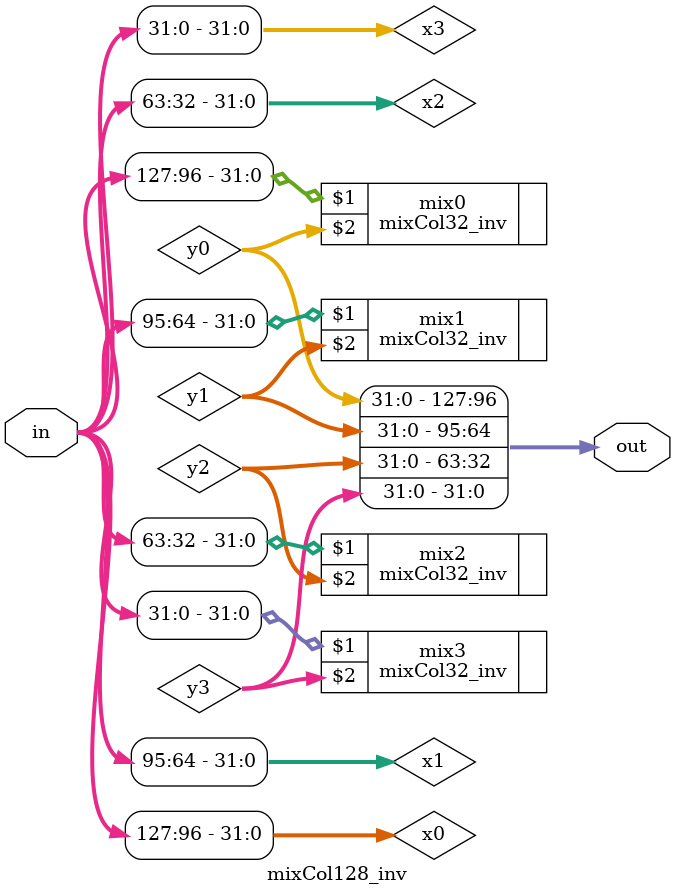
<source format=v>
module mixCol128_inv (in, out);
input [127:0] in;
output [127:0] out;
wire [31:0] x0, x1, x2, x3;
wire [31:0] y0, y1, y2, y3;

assign x0 = in[127:96];
assign x1 = in[ 95:64];
assign x2 = in[ 63:32];
assign x3 = in[ 31: 0];

mixCol32_inv mix0(x0, y0);
mixCol32_inv mix1(x1, y1);
mixCol32_inv mix2(x2, y2);
mixCol32_inv mix3(x3, y3);

assign out = {y0, y1, y2, y3};
endmodule

</source>
